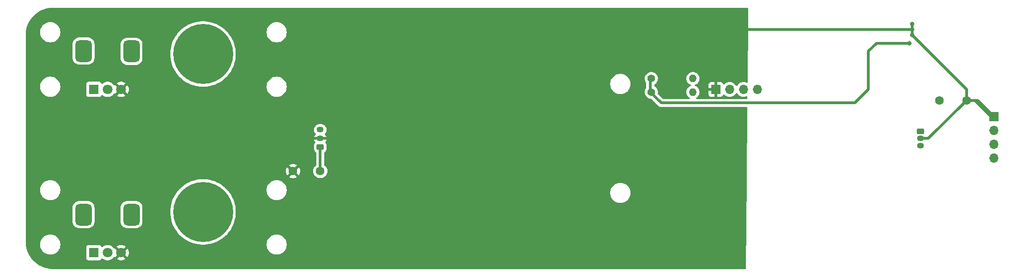
<source format=gtl>
G04 #@! TF.GenerationSoftware,KiCad,Pcbnew,8.0.7*
G04 #@! TF.CreationDate,2025-07-25T20:57:14-04:00*
G04 #@! TF.ProjectId,Sum25_GTR,53756d32-355f-4475-9452-2e6b69636164,rev?*
G04 #@! TF.SameCoordinates,Original*
G04 #@! TF.FileFunction,Copper,L1,Top*
G04 #@! TF.FilePolarity,Positive*
%FSLAX46Y46*%
G04 Gerber Fmt 4.6, Leading zero omitted, Abs format (unit mm)*
G04 Created by KiCad (PCBNEW 8.0.7) date 2025-07-25 20:57:14*
%MOMM*%
%LPD*%
G01*
G04 APERTURE LIST*
G04 Aperture macros list*
%AMRoundRect*
0 Rectangle with rounded corners*
0 $1 Rounding radius*
0 $2 $3 $4 $5 $6 $7 $8 $9 X,Y pos of 4 corners*
0 Add a 4 corners polygon primitive as box body*
4,1,4,$2,$3,$4,$5,$6,$7,$8,$9,$2,$3,0*
0 Add four circle primitives for the rounded corners*
1,1,$1+$1,$2,$3*
1,1,$1+$1,$4,$5*
1,1,$1+$1,$6,$7*
1,1,$1+$1,$8,$9*
0 Add four rect primitives between the rounded corners*
20,1,$1+$1,$2,$3,$4,$5,0*
20,1,$1+$1,$4,$5,$6,$7,0*
20,1,$1+$1,$6,$7,$8,$9,0*
20,1,$1+$1,$8,$9,$2,$3,0*%
G04 Aperture macros list end*
G04 #@! TA.AperFunction,ComponentPad*
%ADD10RoundRect,0.249900X0.400100X-0.275100X0.400100X0.275100X-0.400100X0.275100X-0.400100X-0.275100X0*%
G04 #@! TD*
G04 #@! TA.AperFunction,ComponentPad*
%ADD11O,1.300000X1.050000*%
G04 #@! TD*
G04 #@! TA.AperFunction,ComponentPad*
%ADD12R,1.800000X1.800000*%
G04 #@! TD*
G04 #@! TA.AperFunction,ComponentPad*
%ADD13C,1.800000*%
G04 #@! TD*
G04 #@! TA.AperFunction,ComponentPad*
%ADD14RoundRect,0.750000X0.750000X-1.250000X0.750000X1.250000X-0.750000X1.250000X-0.750000X-1.250000X0*%
G04 #@! TD*
G04 #@! TA.AperFunction,ComponentPad*
%ADD15RoundRect,0.249900X-0.400100X0.275100X-0.400100X-0.275100X0.400100X-0.275100X0.400100X0.275100X0*%
G04 #@! TD*
G04 #@! TA.AperFunction,ComponentPad*
%ADD16C,6.800000*%
G04 #@! TD*
G04 #@! TA.AperFunction,ConnectorPad*
%ADD17C,11.000000*%
G04 #@! TD*
G04 #@! TA.AperFunction,ComponentPad*
%ADD18C,1.600000*%
G04 #@! TD*
G04 #@! TA.AperFunction,ComponentPad*
%ADD19C,1.400000*%
G04 #@! TD*
G04 #@! TA.AperFunction,ComponentPad*
%ADD20O,1.400000X1.400000*%
G04 #@! TD*
G04 #@! TA.AperFunction,ComponentPad*
%ADD21R,1.700000X1.700000*%
G04 #@! TD*
G04 #@! TA.AperFunction,ComponentPad*
%ADD22O,1.700000X1.700000*%
G04 #@! TD*
G04 #@! TA.AperFunction,ViaPad*
%ADD23C,0.800000*%
G04 #@! TD*
G04 #@! TA.AperFunction,Conductor*
%ADD24C,0.500000*%
G04 #@! TD*
G04 APERTURE END LIST*
D10*
X98000000Y-95600000D03*
D11*
X98000000Y-94000000D03*
X98000000Y-92400000D03*
D12*
X56500000Y-115000000D03*
D13*
X59000000Y-115000000D03*
X61500000Y-115000000D03*
D14*
X54600000Y-108000000D03*
X63400000Y-108000000D03*
D15*
X208000000Y-92700000D03*
D11*
X208000000Y-94000000D03*
X208000000Y-95300000D03*
D16*
X76500000Y-107500000D03*
D17*
X76500000Y-107500000D03*
D12*
X56500000Y-85000000D03*
D13*
X59000000Y-85000000D03*
X61500000Y-85000000D03*
D14*
X63400000Y-78000000D03*
X54600000Y-77950000D03*
D16*
X76500000Y-78500000D03*
D17*
X76500000Y-78500000D03*
D18*
X211500000Y-87000000D03*
X216500000Y-87000000D03*
D19*
X158690000Y-83000000D03*
D20*
X166310000Y-83000000D03*
D18*
X98000000Y-100000000D03*
X93000000Y-100000000D03*
D21*
X221500000Y-90000000D03*
D22*
X221500000Y-92540000D03*
X221500000Y-95080000D03*
X221500000Y-97620000D03*
D19*
X158690000Y-85500000D03*
D20*
X166310000Y-85500000D03*
D21*
X170500000Y-85000000D03*
D22*
X173040000Y-85000000D03*
X175580000Y-85000000D03*
X178120000Y-85000000D03*
D23*
X206000000Y-76500000D03*
X206500000Y-75000000D03*
X206500000Y-74000000D03*
X206500000Y-73000000D03*
D24*
X175650000Y-87500000D02*
X160500000Y-87500000D01*
X158500000Y-85500000D02*
X158500000Y-83000000D01*
X160500000Y-87500000D02*
X158500000Y-85500000D01*
X98000000Y-100000000D02*
X98000000Y-95500000D01*
X175650000Y-87500000D02*
X196000000Y-87500000D01*
X198500000Y-78000000D02*
X200000000Y-76500000D01*
X200000000Y-76500000D02*
X206000000Y-76500000D01*
X198500000Y-85000000D02*
X198500000Y-78000000D01*
X196000000Y-87500000D02*
X198500000Y-85000000D01*
X216500000Y-87000000D02*
X209500000Y-94000000D01*
X218500000Y-87000000D02*
X221500000Y-90000000D01*
X206500000Y-75000000D02*
X216500000Y-85000000D01*
X221500000Y-90000000D02*
X221000000Y-90000000D01*
X221000000Y-90000000D02*
X218000000Y-87000000D01*
X218000000Y-87000000D02*
X216500000Y-87000000D01*
X209500000Y-94000000D02*
X208000000Y-94000000D01*
X206500000Y-74000000D02*
X173000000Y-74000000D01*
X206500000Y-73000000D02*
X206500000Y-74000000D01*
X216500000Y-87000000D02*
X218500000Y-87000000D01*
X208000000Y-94000000D02*
X209000000Y-94000000D01*
X216500000Y-85000000D02*
X216500000Y-87000000D01*
X206500000Y-75000000D02*
X206500000Y-74000000D01*
G04 #@! TA.AperFunction,Conductor*
G36*
X176384159Y-70019685D02*
G01*
X176429914Y-70072489D01*
X176441115Y-70125023D01*
X176423076Y-72307792D01*
X176329209Y-83665635D01*
X176308971Y-83732509D01*
X176255791Y-83777826D01*
X176186552Y-83787198D01*
X176152809Y-83776992D01*
X176043669Y-83726099D01*
X176043655Y-83726094D01*
X175815413Y-83664938D01*
X175815403Y-83664936D01*
X175580001Y-83644341D01*
X175579999Y-83644341D01*
X175344596Y-83664936D01*
X175344586Y-83664938D01*
X175116344Y-83726094D01*
X175116335Y-83726098D01*
X174902171Y-83825964D01*
X174902169Y-83825965D01*
X174708597Y-83961505D01*
X174541505Y-84128597D01*
X174411575Y-84314158D01*
X174356998Y-84357783D01*
X174287500Y-84364977D01*
X174225145Y-84333454D01*
X174208425Y-84314158D01*
X174078494Y-84128597D01*
X173911402Y-83961506D01*
X173911395Y-83961501D01*
X173911029Y-83961245D01*
X173834854Y-83907906D01*
X173717834Y-83825967D01*
X173717830Y-83825965D01*
X173634694Y-83787198D01*
X173503663Y-83726097D01*
X173503659Y-83726096D01*
X173503655Y-83726094D01*
X173275413Y-83664938D01*
X173275403Y-83664936D01*
X173040001Y-83644341D01*
X173039999Y-83644341D01*
X172804596Y-83664936D01*
X172804586Y-83664938D01*
X172576344Y-83726094D01*
X172576335Y-83726098D01*
X172362171Y-83825964D01*
X172362169Y-83825965D01*
X172168600Y-83961503D01*
X172046284Y-84083819D01*
X171984961Y-84117303D01*
X171915269Y-84112319D01*
X171859336Y-84070447D01*
X171842421Y-84039470D01*
X171793354Y-83907913D01*
X171793350Y-83907906D01*
X171707190Y-83792812D01*
X171707187Y-83792809D01*
X171592093Y-83706649D01*
X171592086Y-83706645D01*
X171457379Y-83656403D01*
X171457372Y-83656401D01*
X171397844Y-83650000D01*
X170750000Y-83650000D01*
X170750000Y-84566988D01*
X170692993Y-84534075D01*
X170565826Y-84500000D01*
X170434174Y-84500000D01*
X170307007Y-84534075D01*
X170250000Y-84566988D01*
X170250000Y-83650000D01*
X169602155Y-83650000D01*
X169542627Y-83656401D01*
X169542620Y-83656403D01*
X169407913Y-83706645D01*
X169407906Y-83706649D01*
X169292812Y-83792809D01*
X169292809Y-83792812D01*
X169206649Y-83907906D01*
X169206645Y-83907913D01*
X169156403Y-84042620D01*
X169156401Y-84042627D01*
X169150000Y-84102155D01*
X169150000Y-84750000D01*
X170066988Y-84750000D01*
X170034075Y-84807007D01*
X170000000Y-84934174D01*
X170000000Y-85065826D01*
X170034075Y-85192993D01*
X170066988Y-85250000D01*
X169150000Y-85250000D01*
X169150000Y-85897844D01*
X169156401Y-85957372D01*
X169156403Y-85957379D01*
X169206645Y-86092086D01*
X169206649Y-86092093D01*
X169292809Y-86207187D01*
X169292812Y-86207190D01*
X169407906Y-86293350D01*
X169407913Y-86293354D01*
X169542620Y-86343596D01*
X169542627Y-86343598D01*
X169602155Y-86349999D01*
X169602172Y-86350000D01*
X170250000Y-86350000D01*
X170250000Y-85433012D01*
X170307007Y-85465925D01*
X170434174Y-85500000D01*
X170565826Y-85500000D01*
X170692993Y-85465925D01*
X170750000Y-85433012D01*
X170750000Y-86350000D01*
X171397828Y-86350000D01*
X171397844Y-86349999D01*
X171457372Y-86343598D01*
X171457379Y-86343596D01*
X171592086Y-86293354D01*
X171592093Y-86293350D01*
X171707187Y-86207190D01*
X171707190Y-86207187D01*
X171793350Y-86092093D01*
X171793354Y-86092086D01*
X171842422Y-85960529D01*
X171884293Y-85904595D01*
X171949757Y-85880178D01*
X172018030Y-85895030D01*
X172046285Y-85916181D01*
X172168599Y-86038495D01*
X172245135Y-86092086D01*
X172362165Y-86174032D01*
X172362167Y-86174033D01*
X172362170Y-86174035D01*
X172576337Y-86273903D01*
X172804592Y-86335063D01*
X172975319Y-86350000D01*
X173039999Y-86355659D01*
X173040000Y-86355659D01*
X173040001Y-86355659D01*
X173104681Y-86350000D01*
X173275408Y-86335063D01*
X173503663Y-86273903D01*
X173717830Y-86174035D01*
X173911401Y-86038495D01*
X174078495Y-85871401D01*
X174208425Y-85685842D01*
X174263002Y-85642217D01*
X174332500Y-85635023D01*
X174394855Y-85666546D01*
X174411575Y-85685842D01*
X174535729Y-85863153D01*
X174541505Y-85871401D01*
X174708599Y-86038495D01*
X174785135Y-86092086D01*
X174902165Y-86174032D01*
X174902167Y-86174033D01*
X174902170Y-86174035D01*
X175116337Y-86273903D01*
X175344592Y-86335063D01*
X175515319Y-86350000D01*
X175579999Y-86355659D01*
X175580000Y-86355659D01*
X175580001Y-86355659D01*
X175644681Y-86350000D01*
X175815408Y-86335063D01*
X176043663Y-86273903D01*
X176130654Y-86233338D01*
X176199727Y-86222847D01*
X176263511Y-86251366D01*
X176301751Y-86309842D01*
X176307051Y-86346746D01*
X176304739Y-86626525D01*
X176284501Y-86693399D01*
X176231321Y-86738716D01*
X176180743Y-86749500D01*
X167008248Y-86749500D01*
X166941209Y-86729815D01*
X166895454Y-86677011D01*
X166885510Y-86607853D01*
X166914535Y-86544297D01*
X166942971Y-86520073D01*
X167036560Y-86462125D01*
X167036559Y-86462125D01*
X167036562Y-86462124D01*
X167200981Y-86312236D01*
X167335058Y-86134689D01*
X167434229Y-85935528D01*
X167495115Y-85721536D01*
X167515643Y-85500000D01*
X167513051Y-85472032D01*
X167495115Y-85278464D01*
X167495114Y-85278462D01*
X167482864Y-85235408D01*
X167434229Y-85064472D01*
X167417208Y-85030289D01*
X167335061Y-84865316D01*
X167335056Y-84865308D01*
X167200979Y-84687761D01*
X167036562Y-84537876D01*
X167036560Y-84537874D01*
X166847404Y-84420754D01*
X166847395Y-84420750D01*
X166775560Y-84392921D01*
X166705101Y-84365625D01*
X166649701Y-84323054D01*
X166626110Y-84257288D01*
X166641821Y-84189207D01*
X166691844Y-84140428D01*
X166705093Y-84134377D01*
X166847401Y-84079247D01*
X167036562Y-83962124D01*
X167188130Y-83823951D01*
X167200979Y-83812238D01*
X167215652Y-83792809D01*
X167335058Y-83634689D01*
X167434229Y-83435528D01*
X167495115Y-83221536D01*
X167515643Y-83000000D01*
X167495115Y-82778464D01*
X167434229Y-82564472D01*
X167434224Y-82564461D01*
X167335061Y-82365316D01*
X167335056Y-82365308D01*
X167200979Y-82187761D01*
X167036562Y-82037876D01*
X167036560Y-82037874D01*
X166847404Y-81920754D01*
X166847398Y-81920752D01*
X166639940Y-81840382D01*
X166421243Y-81799500D01*
X166198757Y-81799500D01*
X165980060Y-81840382D01*
X165848864Y-81891207D01*
X165772601Y-81920752D01*
X165772595Y-81920754D01*
X165583439Y-82037874D01*
X165583437Y-82037876D01*
X165419020Y-82187761D01*
X165284943Y-82365308D01*
X165284938Y-82365316D01*
X165185775Y-82564461D01*
X165185769Y-82564476D01*
X165124885Y-82778462D01*
X165124884Y-82778464D01*
X165104357Y-82999999D01*
X165104357Y-83000000D01*
X165124884Y-83221535D01*
X165124885Y-83221537D01*
X165185769Y-83435523D01*
X165185775Y-83435538D01*
X165284938Y-83634683D01*
X165284943Y-83634691D01*
X165419020Y-83812238D01*
X165583437Y-83962123D01*
X165583439Y-83962125D01*
X165772595Y-84079245D01*
X165772596Y-84079245D01*
X165772599Y-84079247D01*
X165914898Y-84134374D01*
X165970298Y-84176946D01*
X165993889Y-84242713D01*
X165978178Y-84310793D01*
X165928154Y-84359572D01*
X165914906Y-84365622D01*
X165808693Y-84406769D01*
X165772601Y-84420752D01*
X165772595Y-84420754D01*
X165583439Y-84537874D01*
X165583437Y-84537876D01*
X165419020Y-84687761D01*
X165284943Y-84865308D01*
X165284938Y-84865316D01*
X165185775Y-85064461D01*
X165185769Y-85064476D01*
X165124885Y-85278462D01*
X165124884Y-85278464D01*
X165104357Y-85499999D01*
X165104357Y-85500000D01*
X165124884Y-85721535D01*
X165124885Y-85721537D01*
X165185769Y-85935523D01*
X165185775Y-85935538D01*
X165284938Y-86134683D01*
X165284943Y-86134691D01*
X165419020Y-86312238D01*
X165583437Y-86462123D01*
X165583439Y-86462125D01*
X165677029Y-86520073D01*
X165723665Y-86572100D01*
X165734769Y-86641082D01*
X165706816Y-86705117D01*
X165648681Y-86743873D01*
X165611752Y-86749500D01*
X160862229Y-86749500D01*
X160795190Y-86729815D01*
X160774548Y-86713181D01*
X159906216Y-85844849D01*
X159872731Y-85783526D01*
X159874508Y-85727254D01*
X159874062Y-85727171D01*
X159874602Y-85724280D01*
X159874635Y-85723220D01*
X159875115Y-85721536D01*
X159895643Y-85500000D01*
X159893051Y-85472032D01*
X159875115Y-85278464D01*
X159875114Y-85278462D01*
X159862864Y-85235408D01*
X159814229Y-85064472D01*
X159797208Y-85030289D01*
X159715061Y-84865316D01*
X159715056Y-84865308D01*
X159580979Y-84687761D01*
X159428048Y-84548347D01*
X159416562Y-84537876D01*
X159309222Y-84471414D01*
X159262587Y-84419386D01*
X159250500Y-84365987D01*
X159250500Y-84134011D01*
X159270185Y-84066972D01*
X159309221Y-84028585D01*
X159416562Y-83962124D01*
X159568130Y-83823951D01*
X159580979Y-83812238D01*
X159595652Y-83792809D01*
X159715058Y-83634689D01*
X159814229Y-83435528D01*
X159875115Y-83221536D01*
X159895643Y-83000000D01*
X159875115Y-82778464D01*
X159814229Y-82564472D01*
X159814224Y-82564461D01*
X159715061Y-82365316D01*
X159715056Y-82365308D01*
X159580979Y-82187761D01*
X159416562Y-82037876D01*
X159416560Y-82037874D01*
X159227404Y-81920754D01*
X159227398Y-81920752D01*
X159019940Y-81840382D01*
X158801243Y-81799500D01*
X158578757Y-81799500D01*
X158360060Y-81840382D01*
X158228864Y-81891207D01*
X158152601Y-81920752D01*
X158152595Y-81920754D01*
X157963439Y-82037874D01*
X157963437Y-82037876D01*
X157799020Y-82187761D01*
X157664943Y-82365308D01*
X157664938Y-82365316D01*
X157565775Y-82564461D01*
X157565769Y-82564476D01*
X157504885Y-82778462D01*
X157504884Y-82778464D01*
X157484357Y-82999999D01*
X157484357Y-83000000D01*
X157504884Y-83221535D01*
X157504885Y-83221537D01*
X157565769Y-83435523D01*
X157565775Y-83435538D01*
X157664938Y-83634683D01*
X157664943Y-83634691D01*
X157687783Y-83664936D01*
X157724454Y-83713496D01*
X157749146Y-83778856D01*
X157749500Y-83788222D01*
X157749500Y-84711777D01*
X157729815Y-84778816D01*
X157724461Y-84786493D01*
X157708971Y-84807007D01*
X157664942Y-84865310D01*
X157664938Y-84865317D01*
X157565775Y-85064461D01*
X157565769Y-85064476D01*
X157504885Y-85278462D01*
X157504884Y-85278464D01*
X157484357Y-85499999D01*
X157484357Y-85500000D01*
X157504884Y-85721535D01*
X157504885Y-85721537D01*
X157565769Y-85935523D01*
X157565775Y-85935538D01*
X157664938Y-86134683D01*
X157664943Y-86134691D01*
X157799020Y-86312238D01*
X157963437Y-86462123D01*
X157963439Y-86462125D01*
X158152595Y-86579245D01*
X158152596Y-86579245D01*
X158152599Y-86579247D01*
X158360060Y-86659618D01*
X158578757Y-86700500D01*
X158587770Y-86700500D01*
X158654809Y-86720185D01*
X158675451Y-86736819D01*
X159917049Y-87978416D01*
X160021584Y-88082951D01*
X160021585Y-88082952D01*
X160144498Y-88165080D01*
X160144511Y-88165087D01*
X160281082Y-88221656D01*
X160281087Y-88221658D01*
X160281091Y-88221658D01*
X160281092Y-88221659D01*
X160426079Y-88250500D01*
X176166290Y-88250500D01*
X176233329Y-88270185D01*
X176279084Y-88322989D01*
X176290285Y-88375522D01*
X176181823Y-101499500D01*
X176046471Y-117877025D01*
X176026233Y-117943899D01*
X175973053Y-117989216D01*
X175922475Y-118000000D01*
X49000710Y-118000000D01*
X48999359Y-117999993D01*
X48994454Y-117999939D01*
X48786527Y-117997671D01*
X48777073Y-117997206D01*
X48352450Y-117960056D01*
X48341725Y-117958644D01*
X47922623Y-117884746D01*
X47912061Y-117882405D01*
X47500980Y-117772256D01*
X47490664Y-117769003D01*
X47090759Y-117623450D01*
X47080764Y-117619310D01*
X46695062Y-117439454D01*
X46685467Y-117434459D01*
X46316916Y-117221676D01*
X46307792Y-117215864D01*
X45959179Y-116971762D01*
X45950597Y-116965177D01*
X45624579Y-116691616D01*
X45616604Y-116684307D01*
X45315692Y-116383395D01*
X45308383Y-116375420D01*
X45234135Y-116286935D01*
X45034821Y-116049401D01*
X45028237Y-116040820D01*
X44784135Y-115692207D01*
X44778323Y-115683083D01*
X44565540Y-115314532D01*
X44560545Y-115304937D01*
X44537750Y-115256052D01*
X44380683Y-114919221D01*
X44376555Y-114909255D01*
X44230992Y-114509322D01*
X44227747Y-114499033D01*
X44117590Y-114087921D01*
X44115256Y-114077393D01*
X44041354Y-113658270D01*
X44039943Y-113647549D01*
X44039124Y-113638188D01*
X44016423Y-113378711D01*
X46649500Y-113378711D01*
X46649500Y-113621288D01*
X46681161Y-113861785D01*
X46743947Y-114096104D01*
X46807296Y-114249041D01*
X46836776Y-114320212D01*
X46958064Y-114530289D01*
X46958066Y-114530292D01*
X46958067Y-114530293D01*
X47105733Y-114722736D01*
X47105739Y-114722743D01*
X47277256Y-114894260D01*
X47277263Y-114894266D01*
X47390321Y-114981018D01*
X47469711Y-115041936D01*
X47679788Y-115163224D01*
X47903900Y-115256054D01*
X48138211Y-115318838D01*
X48318586Y-115342584D01*
X48378711Y-115350500D01*
X48378712Y-115350500D01*
X48621289Y-115350500D01*
X48669388Y-115344167D01*
X48861789Y-115318838D01*
X49096100Y-115256054D01*
X49320212Y-115163224D01*
X49530289Y-115041936D01*
X49722738Y-114894265D01*
X49894265Y-114722738D01*
X50041936Y-114530289D01*
X50163224Y-114320212D01*
X50256054Y-114096100D01*
X50267834Y-114052135D01*
X55099500Y-114052135D01*
X55099500Y-115947870D01*
X55099501Y-115947876D01*
X55105908Y-116007483D01*
X55156202Y-116142328D01*
X55156206Y-116142335D01*
X55242452Y-116257544D01*
X55242455Y-116257547D01*
X55357664Y-116343793D01*
X55357671Y-116343797D01*
X55492517Y-116394091D01*
X55492516Y-116394091D01*
X55499444Y-116394835D01*
X55552127Y-116400500D01*
X57447872Y-116400499D01*
X57507483Y-116394091D01*
X57642331Y-116343796D01*
X57757546Y-116257546D01*
X57843796Y-116142331D01*
X57862092Y-116093274D01*
X57903961Y-116037342D01*
X57969425Y-116012924D01*
X58037699Y-116027775D01*
X58054436Y-116038755D01*
X58231365Y-116176464D01*
X58231371Y-116176468D01*
X58231374Y-116176470D01*
X58381185Y-116257544D01*
X58434652Y-116286479D01*
X58435497Y-116286936D01*
X58549487Y-116326068D01*
X58655015Y-116362297D01*
X58655017Y-116362297D01*
X58655019Y-116362298D01*
X58883951Y-116400500D01*
X58883952Y-116400500D01*
X59116048Y-116400500D01*
X59116049Y-116400500D01*
X59344981Y-116362298D01*
X59564503Y-116286936D01*
X59768626Y-116176470D01*
X59769170Y-116176047D01*
X59875513Y-116093277D01*
X59951784Y-116033913D01*
X60108979Y-115863153D01*
X60146489Y-115805738D01*
X60199635Y-115760382D01*
X60268866Y-115750958D01*
X60332202Y-115780459D01*
X60346914Y-115797437D01*
X60348811Y-115797634D01*
X61017037Y-115129408D01*
X61034075Y-115192993D01*
X61099901Y-115307007D01*
X61192993Y-115400099D01*
X61307007Y-115465925D01*
X61370590Y-115482962D01*
X60701201Y-116152351D01*
X60731649Y-116176050D01*
X60935697Y-116286476D01*
X60935706Y-116286479D01*
X61155139Y-116361811D01*
X61383993Y-116400000D01*
X61616007Y-116400000D01*
X61844860Y-116361811D01*
X62064293Y-116286479D01*
X62064301Y-116286476D01*
X62268355Y-116176047D01*
X62298797Y-116152351D01*
X62298798Y-116152350D01*
X61629410Y-115482962D01*
X61692993Y-115465925D01*
X61807007Y-115400099D01*
X61900099Y-115307007D01*
X61965925Y-115192993D01*
X61982962Y-115129409D01*
X62651186Y-115797634D01*
X62735484Y-115668606D01*
X62828682Y-115456135D01*
X62885638Y-115231218D01*
X62904798Y-115000005D01*
X62904798Y-114999994D01*
X62885638Y-114768781D01*
X62828682Y-114543864D01*
X62735483Y-114331390D01*
X62651186Y-114202364D01*
X61982962Y-114870589D01*
X61965925Y-114807007D01*
X61900099Y-114692993D01*
X61807007Y-114599901D01*
X61692993Y-114534075D01*
X61629409Y-114517037D01*
X62298797Y-113847647D01*
X62298797Y-113847645D01*
X62268360Y-113823955D01*
X62268354Y-113823951D01*
X62064302Y-113713523D01*
X62064293Y-113713520D01*
X61844860Y-113638188D01*
X61616007Y-113600000D01*
X61383993Y-113600000D01*
X61155139Y-113638188D01*
X60935706Y-113713520D01*
X60935697Y-113713523D01*
X60731650Y-113823949D01*
X60701200Y-113847647D01*
X61370591Y-114517037D01*
X61307007Y-114534075D01*
X61192993Y-114599901D01*
X61099901Y-114692993D01*
X61034075Y-114807007D01*
X61017037Y-114870590D01*
X60348811Y-114202364D01*
X60344030Y-114202860D01*
X60300960Y-114239617D01*
X60231729Y-114249041D01*
X60168393Y-114219539D01*
X60146489Y-114194260D01*
X60108983Y-114136852D01*
X60108980Y-114136849D01*
X60108979Y-114136847D01*
X59951784Y-113966087D01*
X59951779Y-113966083D01*
X59951777Y-113966081D01*
X59768634Y-113823535D01*
X59768628Y-113823531D01*
X59564504Y-113713064D01*
X59564495Y-113713061D01*
X59344984Y-113637702D01*
X59154450Y-113605908D01*
X59116049Y-113599500D01*
X58883951Y-113599500D01*
X58845550Y-113605908D01*
X58655015Y-113637702D01*
X58435504Y-113713061D01*
X58435495Y-113713064D01*
X58231372Y-113823531D01*
X58054436Y-113961245D01*
X57989442Y-113986887D01*
X57920902Y-113973320D01*
X57870577Y-113924852D01*
X57862092Y-113906723D01*
X57843798Y-113857673D01*
X57843793Y-113857664D01*
X57757547Y-113742455D01*
X57757544Y-113742452D01*
X57642335Y-113656206D01*
X57642328Y-113656202D01*
X57507482Y-113605908D01*
X57507483Y-113605908D01*
X57447883Y-113599501D01*
X57447881Y-113599500D01*
X57447873Y-113599500D01*
X57447864Y-113599500D01*
X55552129Y-113599500D01*
X55552123Y-113599501D01*
X55492516Y-113605908D01*
X55357671Y-113656202D01*
X55357664Y-113656206D01*
X55242455Y-113742452D01*
X55242452Y-113742455D01*
X55156206Y-113857664D01*
X55156202Y-113857671D01*
X55105908Y-113992517D01*
X55099501Y-114052116D01*
X55099500Y-114052135D01*
X50267834Y-114052135D01*
X50318838Y-113861789D01*
X50350500Y-113621288D01*
X50350500Y-113378712D01*
X50318838Y-113138211D01*
X50256054Y-112903900D01*
X50163224Y-112679788D01*
X50041936Y-112469711D01*
X49894265Y-112277262D01*
X49894260Y-112277256D01*
X49722743Y-112105739D01*
X49722736Y-112105733D01*
X49530293Y-111958067D01*
X49530292Y-111958066D01*
X49530289Y-111958064D01*
X49320212Y-111836776D01*
X49306478Y-111831087D01*
X49096104Y-111743947D01*
X48861785Y-111681161D01*
X48621289Y-111649500D01*
X48621288Y-111649500D01*
X48378712Y-111649500D01*
X48378711Y-111649500D01*
X48138214Y-111681161D01*
X47903895Y-111743947D01*
X47679794Y-111836773D01*
X47679785Y-111836777D01*
X47469706Y-111958067D01*
X47277263Y-112105733D01*
X47277256Y-112105739D01*
X47105739Y-112277256D01*
X47105733Y-112277263D01*
X46958067Y-112469706D01*
X46836777Y-112679785D01*
X46836773Y-112679794D01*
X46743947Y-112903895D01*
X46681161Y-113138214D01*
X46649500Y-113378711D01*
X44016423Y-113378711D01*
X44002792Y-113222915D01*
X44002328Y-113213471D01*
X44001507Y-113138214D01*
X44000007Y-113000641D01*
X44000000Y-112999289D01*
X44000000Y-106685777D01*
X52599500Y-106685777D01*
X52599500Y-109314208D01*
X52599501Y-109314223D01*
X52609904Y-109446413D01*
X52609905Y-109446420D01*
X52664902Y-109664678D01*
X52664903Y-109664681D01*
X52757991Y-109869622D01*
X52757997Y-109869632D01*
X52886174Y-110054645D01*
X52886178Y-110054650D01*
X52886181Y-110054654D01*
X53045346Y-110213819D01*
X53045350Y-110213822D01*
X53045354Y-110213825D01*
X53156512Y-110290835D01*
X53230374Y-110342007D01*
X53435317Y-110435096D01*
X53435321Y-110435097D01*
X53653579Y-110490094D01*
X53653581Y-110490094D01*
X53653588Y-110490096D01*
X53785783Y-110500500D01*
X55414216Y-110500499D01*
X55546412Y-110490096D01*
X55764683Y-110435096D01*
X55969626Y-110342007D01*
X56154654Y-110213819D01*
X56313819Y-110054654D01*
X56442007Y-109869626D01*
X56535096Y-109664683D01*
X56590096Y-109446412D01*
X56600500Y-109314217D01*
X56600499Y-106685784D01*
X56600498Y-106685777D01*
X61399500Y-106685777D01*
X61399500Y-109314208D01*
X61399501Y-109314223D01*
X61409904Y-109446413D01*
X61409905Y-109446420D01*
X61464902Y-109664678D01*
X61464903Y-109664681D01*
X61557991Y-109869622D01*
X61557997Y-109869632D01*
X61686174Y-110054645D01*
X61686178Y-110054650D01*
X61686181Y-110054654D01*
X61845346Y-110213819D01*
X61845350Y-110213822D01*
X61845354Y-110213825D01*
X61956512Y-110290835D01*
X62030374Y-110342007D01*
X62235317Y-110435096D01*
X62235321Y-110435097D01*
X62453579Y-110490094D01*
X62453581Y-110490094D01*
X62453588Y-110490096D01*
X62585783Y-110500500D01*
X64214216Y-110500499D01*
X64346412Y-110490096D01*
X64564683Y-110435096D01*
X64769626Y-110342007D01*
X64954654Y-110213819D01*
X65113819Y-110054654D01*
X65242007Y-109869626D01*
X65335096Y-109664683D01*
X65390096Y-109446412D01*
X65400500Y-109314217D01*
X65400499Y-107499988D01*
X70494630Y-107499988D01*
X70494630Y-107500011D01*
X70514102Y-107983211D01*
X70514104Y-107983237D01*
X70572398Y-108463332D01*
X70669136Y-108937185D01*
X70803689Y-109401714D01*
X70975185Y-109853910D01*
X71182512Y-110290841D01*
X71424322Y-110709668D01*
X71424327Y-110709674D01*
X71699058Y-111107691D01*
X72004914Y-111482295D01*
X72004916Y-111482297D01*
X72339934Y-111831088D01*
X72346356Y-111836777D01*
X72701920Y-112151779D01*
X72701924Y-112151782D01*
X72701932Y-112151789D01*
X73088561Y-112442323D01*
X73497315Y-112700803D01*
X73925543Y-112925554D01*
X74370466Y-113115118D01*
X74829201Y-113268267D01*
X75142248Y-113345425D01*
X75298767Y-113384004D01*
X75298783Y-113384007D01*
X75726019Y-113453439D01*
X75776133Y-113461584D01*
X76258188Y-113500500D01*
X76258197Y-113500500D01*
X76741803Y-113500500D01*
X76741812Y-113500500D01*
X77223867Y-113461584D01*
X77701228Y-113384005D01*
X77722707Y-113378711D01*
X88149500Y-113378711D01*
X88149500Y-113621288D01*
X88181161Y-113861785D01*
X88243947Y-114096104D01*
X88307296Y-114249041D01*
X88336776Y-114320212D01*
X88458064Y-114530289D01*
X88458066Y-114530292D01*
X88458067Y-114530293D01*
X88605733Y-114722736D01*
X88605739Y-114722743D01*
X88777256Y-114894260D01*
X88777263Y-114894266D01*
X88890321Y-114981018D01*
X88969711Y-115041936D01*
X89179788Y-115163224D01*
X89403900Y-115256054D01*
X89638211Y-115318838D01*
X89818586Y-115342584D01*
X89878711Y-115350500D01*
X89878712Y-115350500D01*
X90121289Y-115350500D01*
X90169388Y-115344167D01*
X90361789Y-115318838D01*
X90596100Y-115256054D01*
X90820212Y-115163224D01*
X91030289Y-115041936D01*
X91222738Y-114894265D01*
X91394265Y-114722738D01*
X91541936Y-114530289D01*
X91663224Y-114320212D01*
X91756054Y-114096100D01*
X91818838Y-113861789D01*
X91850500Y-113621288D01*
X91850500Y-113378712D01*
X91818838Y-113138211D01*
X91756054Y-112903900D01*
X91663224Y-112679788D01*
X91541936Y-112469711D01*
X91394265Y-112277262D01*
X91394260Y-112277256D01*
X91222743Y-112105739D01*
X91222736Y-112105733D01*
X91030293Y-111958067D01*
X91030292Y-111958066D01*
X91030289Y-111958064D01*
X90820212Y-111836776D01*
X90806478Y-111831087D01*
X90596104Y-111743947D01*
X90361785Y-111681161D01*
X90121289Y-111649500D01*
X90121288Y-111649500D01*
X89878712Y-111649500D01*
X89878711Y-111649500D01*
X89638214Y-111681161D01*
X89403895Y-111743947D01*
X89179794Y-111836773D01*
X89179785Y-111836777D01*
X88969706Y-111958067D01*
X88777263Y-112105733D01*
X88777256Y-112105739D01*
X88605739Y-112277256D01*
X88605733Y-112277263D01*
X88458067Y-112469706D01*
X88336777Y-112679785D01*
X88336773Y-112679794D01*
X88243947Y-112903895D01*
X88181161Y-113138214D01*
X88149500Y-113378711D01*
X77722707Y-113378711D01*
X78170799Y-113268267D01*
X78629534Y-113115118D01*
X79074457Y-112925554D01*
X79502685Y-112700803D01*
X79911439Y-112442323D01*
X80298068Y-112151789D01*
X80660066Y-111831088D01*
X80995084Y-111482297D01*
X81300950Y-111107680D01*
X81575679Y-110709665D01*
X81817491Y-110290835D01*
X82024817Y-109853905D01*
X82196312Y-109401708D01*
X82330865Y-108937179D01*
X82427602Y-108463329D01*
X82485896Y-107983232D01*
X82505370Y-107500000D01*
X82485896Y-107016768D01*
X82427602Y-106536671D01*
X82330865Y-106062821D01*
X82196312Y-105598292D01*
X82196310Y-105598285D01*
X82102337Y-105350500D01*
X82024817Y-105146095D01*
X81817491Y-104709165D01*
X81592929Y-104320212D01*
X81575677Y-104290331D01*
X81575672Y-104290325D01*
X81300950Y-103892320D01*
X81300945Y-103892314D01*
X81300941Y-103892308D01*
X80995085Y-103517704D01*
X80995079Y-103517698D01*
X80861580Y-103378711D01*
X88149500Y-103378711D01*
X88149500Y-103621288D01*
X88181161Y-103861785D01*
X88243947Y-104096104D01*
X88336773Y-104320205D01*
X88336776Y-104320212D01*
X88458064Y-104530289D01*
X88458066Y-104530292D01*
X88458067Y-104530293D01*
X88605733Y-104722736D01*
X88605739Y-104722743D01*
X88777256Y-104894260D01*
X88777262Y-104894265D01*
X88969711Y-105041936D01*
X89179788Y-105163224D01*
X89403900Y-105256054D01*
X89638211Y-105318838D01*
X89818586Y-105342584D01*
X89878711Y-105350500D01*
X89878712Y-105350500D01*
X90121289Y-105350500D01*
X90169388Y-105344167D01*
X90361789Y-105318838D01*
X90596100Y-105256054D01*
X90820212Y-105163224D01*
X91030289Y-105041936D01*
X91222738Y-104894265D01*
X91394265Y-104722738D01*
X91541936Y-104530289D01*
X91663224Y-104320212D01*
X91756054Y-104096100D01*
X91814304Y-103878711D01*
X151149500Y-103878711D01*
X151149500Y-104121288D01*
X151181161Y-104361785D01*
X151243947Y-104596104D01*
X151290776Y-104709158D01*
X151336776Y-104820212D01*
X151458064Y-105030289D01*
X151458066Y-105030292D01*
X151458067Y-105030293D01*
X151605733Y-105222736D01*
X151605739Y-105222743D01*
X151777256Y-105394260D01*
X151777262Y-105394265D01*
X151969711Y-105541936D01*
X152179788Y-105663224D01*
X152403900Y-105756054D01*
X152638211Y-105818838D01*
X152818586Y-105842584D01*
X152878711Y-105850500D01*
X152878712Y-105850500D01*
X153121289Y-105850500D01*
X153169388Y-105844167D01*
X153361789Y-105818838D01*
X153596100Y-105756054D01*
X153820212Y-105663224D01*
X154030289Y-105541936D01*
X154222738Y-105394265D01*
X154394265Y-105222738D01*
X154541936Y-105030289D01*
X154663224Y-104820212D01*
X154756054Y-104596100D01*
X154818838Y-104361789D01*
X154850500Y-104121288D01*
X154850500Y-103878712D01*
X154818838Y-103638211D01*
X154756054Y-103403900D01*
X154663224Y-103179788D01*
X154541936Y-102969711D01*
X154394265Y-102777262D01*
X154394260Y-102777256D01*
X154222743Y-102605739D01*
X154222736Y-102605733D01*
X154030293Y-102458067D01*
X154030292Y-102458066D01*
X154030289Y-102458064D01*
X153820212Y-102336776D01*
X153820205Y-102336773D01*
X153596104Y-102243947D01*
X153361785Y-102181161D01*
X153121289Y-102149500D01*
X153121288Y-102149500D01*
X152878712Y-102149500D01*
X152878711Y-102149500D01*
X152638214Y-102181161D01*
X152403895Y-102243947D01*
X152179794Y-102336773D01*
X152179785Y-102336777D01*
X151969706Y-102458067D01*
X151777263Y-102605733D01*
X151777256Y-102605739D01*
X151605739Y-102777256D01*
X151605733Y-102777263D01*
X151458067Y-102969706D01*
X151336777Y-103179785D01*
X151336773Y-103179794D01*
X151243947Y-103403895D01*
X151181161Y-103638214D01*
X151149500Y-103878711D01*
X91814304Y-103878711D01*
X91818838Y-103861789D01*
X91850500Y-103621288D01*
X91850500Y-103378712D01*
X91818838Y-103138211D01*
X91756054Y-102903900D01*
X91663224Y-102679788D01*
X91541936Y-102469711D01*
X91394265Y-102277262D01*
X91394260Y-102277256D01*
X91222743Y-102105739D01*
X91222736Y-102105733D01*
X91030293Y-101958067D01*
X91030292Y-101958066D01*
X91030289Y-101958064D01*
X90820212Y-101836776D01*
X90820205Y-101836773D01*
X90596104Y-101743947D01*
X90361785Y-101681161D01*
X90121289Y-101649500D01*
X90121288Y-101649500D01*
X89878712Y-101649500D01*
X89878711Y-101649500D01*
X89638214Y-101681161D01*
X89403895Y-101743947D01*
X89179794Y-101836773D01*
X89179785Y-101836777D01*
X88969706Y-101958067D01*
X88777263Y-102105733D01*
X88777256Y-102105739D01*
X88605739Y-102277256D01*
X88605733Y-102277263D01*
X88458067Y-102469706D01*
X88336777Y-102679785D01*
X88336773Y-102679794D01*
X88243947Y-102903895D01*
X88181161Y-103138214D01*
X88149500Y-103378711D01*
X80861580Y-103378711D01*
X80660066Y-103168912D01*
X80298079Y-102848220D01*
X80298073Y-102848215D01*
X80298068Y-102848211D01*
X79911439Y-102557677D01*
X79502685Y-102299197D01*
X79074457Y-102074446D01*
X78629534Y-101884882D01*
X78629526Y-101884879D01*
X78629523Y-101884878D01*
X78402843Y-101809201D01*
X78170799Y-101731733D01*
X78170795Y-101731732D01*
X78170788Y-101731730D01*
X77701232Y-101615995D01*
X77701216Y-101615992D01*
X77223872Y-101538416D01*
X76741822Y-101499500D01*
X76741812Y-101499500D01*
X76258188Y-101499500D01*
X76258177Y-101499500D01*
X75776127Y-101538416D01*
X75298783Y-101615992D01*
X75298767Y-101615995D01*
X74829211Y-101731730D01*
X74829204Y-101731732D01*
X74370476Y-101884878D01*
X74370468Y-101884881D01*
X74370466Y-101884882D01*
X74205832Y-101955025D01*
X73925549Y-102074443D01*
X73925544Y-102074445D01*
X73925543Y-102074446D01*
X73865927Y-102105735D01*
X73497318Y-102299195D01*
X73088559Y-102557678D01*
X72701920Y-102848220D01*
X72339933Y-103168912D01*
X72004920Y-103517698D01*
X72004914Y-103517704D01*
X71699058Y-103892308D01*
X71424327Y-104290325D01*
X71424322Y-104290331D01*
X71182512Y-104709158D01*
X70975185Y-105146089D01*
X70803689Y-105598285D01*
X70669136Y-106062814D01*
X70572398Y-106536667D01*
X70514104Y-107016762D01*
X70514102Y-107016788D01*
X70494630Y-107499988D01*
X65400499Y-107499988D01*
X65400499Y-106685784D01*
X65390096Y-106553588D01*
X65335096Y-106335317D01*
X65242007Y-106130374D01*
X65113819Y-105945346D01*
X64954654Y-105786181D01*
X64954650Y-105786178D01*
X64954645Y-105786174D01*
X64769632Y-105657997D01*
X64769630Y-105657995D01*
X64769626Y-105657993D01*
X64638189Y-105598292D01*
X64564681Y-105564903D01*
X64564678Y-105564902D01*
X64346420Y-105509905D01*
X64346413Y-105509904D01*
X64302347Y-105506436D01*
X64214217Y-105499500D01*
X64214215Y-105499500D01*
X62585791Y-105499500D01*
X62585776Y-105499501D01*
X62453586Y-105509904D01*
X62453579Y-105509905D01*
X62235321Y-105564902D01*
X62235318Y-105564903D01*
X62030377Y-105657991D01*
X62030367Y-105657997D01*
X61845354Y-105786174D01*
X61845342Y-105786184D01*
X61686184Y-105945342D01*
X61686174Y-105945354D01*
X61557997Y-106130367D01*
X61557991Y-106130377D01*
X61464903Y-106335318D01*
X61464902Y-106335321D01*
X61409905Y-106553579D01*
X61409904Y-106553586D01*
X61399500Y-106685777D01*
X56600498Y-106685777D01*
X56590096Y-106553588D01*
X56535096Y-106335317D01*
X56442007Y-106130374D01*
X56313819Y-105945346D01*
X56154654Y-105786181D01*
X56154650Y-105786178D01*
X56154645Y-105786174D01*
X55969632Y-105657997D01*
X55969630Y-105657995D01*
X55969626Y-105657993D01*
X55838189Y-105598292D01*
X55764681Y-105564903D01*
X55764678Y-105564902D01*
X55546420Y-105509905D01*
X55546413Y-105509904D01*
X55502347Y-105506436D01*
X55414217Y-105499500D01*
X55414215Y-105499500D01*
X53785791Y-105499500D01*
X53785776Y-105499501D01*
X53653586Y-105509904D01*
X53653579Y-105509905D01*
X53435321Y-105564902D01*
X53435318Y-105564903D01*
X53230377Y-105657991D01*
X53230367Y-105657997D01*
X53045354Y-105786174D01*
X53045342Y-105786184D01*
X52886184Y-105945342D01*
X52886174Y-105945354D01*
X52757997Y-106130367D01*
X52757991Y-106130377D01*
X52664903Y-106335318D01*
X52664902Y-106335321D01*
X52609905Y-106553579D01*
X52609904Y-106553586D01*
X52599500Y-106685777D01*
X44000000Y-106685777D01*
X44000000Y-103378711D01*
X46649500Y-103378711D01*
X46649500Y-103621288D01*
X46681161Y-103861785D01*
X46743947Y-104096104D01*
X46836773Y-104320205D01*
X46836776Y-104320212D01*
X46958064Y-104530289D01*
X46958066Y-104530292D01*
X46958067Y-104530293D01*
X47105733Y-104722736D01*
X47105739Y-104722743D01*
X47277256Y-104894260D01*
X47277262Y-104894265D01*
X47469711Y-105041936D01*
X47679788Y-105163224D01*
X47903900Y-105256054D01*
X48138211Y-105318838D01*
X48318586Y-105342584D01*
X48378711Y-105350500D01*
X48378712Y-105350500D01*
X48621289Y-105350500D01*
X48669388Y-105344167D01*
X48861789Y-105318838D01*
X49096100Y-105256054D01*
X49320212Y-105163224D01*
X49530289Y-105041936D01*
X49722738Y-104894265D01*
X49894265Y-104722738D01*
X50041936Y-104530289D01*
X50163224Y-104320212D01*
X50256054Y-104096100D01*
X50318838Y-103861789D01*
X50350500Y-103621288D01*
X50350500Y-103378712D01*
X50318838Y-103138211D01*
X50256054Y-102903900D01*
X50163224Y-102679788D01*
X50041936Y-102469711D01*
X49894265Y-102277262D01*
X49894260Y-102277256D01*
X49722743Y-102105739D01*
X49722736Y-102105733D01*
X49530293Y-101958067D01*
X49530292Y-101958066D01*
X49530289Y-101958064D01*
X49320212Y-101836776D01*
X49320205Y-101836773D01*
X49096104Y-101743947D01*
X48861785Y-101681161D01*
X48621289Y-101649500D01*
X48621288Y-101649500D01*
X48378712Y-101649500D01*
X48378711Y-101649500D01*
X48138214Y-101681161D01*
X47903895Y-101743947D01*
X47679794Y-101836773D01*
X47679785Y-101836777D01*
X47469706Y-101958067D01*
X47277263Y-102105733D01*
X47277256Y-102105739D01*
X47105739Y-102277256D01*
X47105733Y-102277263D01*
X46958067Y-102469706D01*
X46836777Y-102679785D01*
X46836773Y-102679794D01*
X46743947Y-102903895D01*
X46681161Y-103138214D01*
X46649500Y-103378711D01*
X44000000Y-103378711D01*
X44000000Y-99999997D01*
X91695034Y-99999997D01*
X91695034Y-100000002D01*
X91714858Y-100226599D01*
X91714860Y-100226610D01*
X91773730Y-100446317D01*
X91773735Y-100446331D01*
X91869863Y-100652478D01*
X91920974Y-100725472D01*
X92600000Y-100046446D01*
X92600000Y-100052661D01*
X92627259Y-100154394D01*
X92679920Y-100245606D01*
X92754394Y-100320080D01*
X92845606Y-100372741D01*
X92947339Y-100400000D01*
X92953553Y-100400000D01*
X92274526Y-101079025D01*
X92347513Y-101130132D01*
X92347521Y-101130136D01*
X92553668Y-101226264D01*
X92553682Y-101226269D01*
X92773389Y-101285139D01*
X92773400Y-101285141D01*
X92999998Y-101304966D01*
X93000002Y-101304966D01*
X93226599Y-101285141D01*
X93226610Y-101285139D01*
X93446317Y-101226269D01*
X93446331Y-101226264D01*
X93652478Y-101130136D01*
X93725471Y-101079024D01*
X93046447Y-100400000D01*
X93052661Y-100400000D01*
X93154394Y-100372741D01*
X93245606Y-100320080D01*
X93320080Y-100245606D01*
X93372741Y-100154394D01*
X93400000Y-100052661D01*
X93400000Y-100046447D01*
X94079024Y-100725471D01*
X94130136Y-100652478D01*
X94226264Y-100446331D01*
X94226269Y-100446317D01*
X94285139Y-100226610D01*
X94285141Y-100226599D01*
X94304966Y-100000002D01*
X94304966Y-99999998D01*
X96694532Y-99999998D01*
X96694532Y-100000001D01*
X96714364Y-100226686D01*
X96714366Y-100226697D01*
X96773258Y-100446488D01*
X96773261Y-100446497D01*
X96869431Y-100652732D01*
X96869432Y-100652734D01*
X96999954Y-100839141D01*
X97160858Y-101000045D01*
X97160861Y-101000047D01*
X97347266Y-101130568D01*
X97553504Y-101226739D01*
X97773308Y-101285635D01*
X97935230Y-101299801D01*
X97999998Y-101305468D01*
X98000000Y-101305468D01*
X98000002Y-101305468D01*
X98056673Y-101300509D01*
X98226692Y-101285635D01*
X98446496Y-101226739D01*
X98652734Y-101130568D01*
X98839139Y-101000047D01*
X99000047Y-100839139D01*
X99130568Y-100652734D01*
X99226739Y-100446496D01*
X99285635Y-100226692D01*
X99305468Y-100000000D01*
X99285635Y-99773308D01*
X99226739Y-99553504D01*
X99130568Y-99347266D01*
X99000047Y-99160861D01*
X98839139Y-98999953D01*
X98834373Y-98996615D01*
X98803375Y-98974910D01*
X98759751Y-98920332D01*
X98750500Y-98873336D01*
X98750500Y-96609841D01*
X98770185Y-96542802D01*
X98809402Y-96504302D01*
X98868693Y-96467732D01*
X98992732Y-96343693D01*
X99084823Y-96194391D01*
X99140000Y-96027877D01*
X99150500Y-95925099D01*
X99150499Y-95274902D01*
X99140000Y-95172123D01*
X99084823Y-95005609D01*
X99084819Y-95005603D01*
X99084818Y-95005600D01*
X98992734Y-94856310D01*
X98992731Y-94856306D01*
X98940518Y-94804093D01*
X98907033Y-94742770D01*
X98912017Y-94673078D01*
X98925097Y-94647520D01*
X99033343Y-94485520D01*
X99033347Y-94485513D01*
X99110609Y-94298983D01*
X99110612Y-94298974D01*
X99120353Y-94250000D01*
X98166988Y-94250000D01*
X98184205Y-94240060D01*
X98240060Y-94184205D01*
X98279556Y-94115796D01*
X98300000Y-94039496D01*
X98300000Y-93960504D01*
X98279556Y-93884204D01*
X98240060Y-93815795D01*
X98184205Y-93759940D01*
X98166988Y-93750000D01*
X99120353Y-93750000D01*
X99110612Y-93701025D01*
X99110609Y-93701016D01*
X99033347Y-93514486D01*
X99033340Y-93514473D01*
X98921170Y-93346600D01*
X98921167Y-93346596D01*
X98862604Y-93288033D01*
X98829119Y-93226710D01*
X98834103Y-93157018D01*
X98862601Y-93112674D01*
X98921558Y-93053718D01*
X99033786Y-92885756D01*
X99111091Y-92699127D01*
X99150500Y-92501003D01*
X99150500Y-92298997D01*
X99111091Y-92100873D01*
X99033786Y-91914244D01*
X99033784Y-91914241D01*
X99033782Y-91914237D01*
X98921558Y-91746281D01*
X98778718Y-91603441D01*
X98610762Y-91491217D01*
X98610752Y-91491212D01*
X98424127Y-91413909D01*
X98424119Y-91413907D01*
X98226007Y-91374500D01*
X98226003Y-91374500D01*
X97773997Y-91374500D01*
X97773992Y-91374500D01*
X97575880Y-91413907D01*
X97575872Y-91413909D01*
X97389247Y-91491212D01*
X97389237Y-91491217D01*
X97221281Y-91603441D01*
X97078441Y-91746281D01*
X96966217Y-91914237D01*
X96966212Y-91914247D01*
X96888909Y-92100872D01*
X96888907Y-92100880D01*
X96849500Y-92298992D01*
X96849500Y-92501007D01*
X96888907Y-92699119D01*
X96888909Y-92699127D01*
X96966212Y-92885752D01*
X96966217Y-92885762D01*
X97078440Y-93053716D01*
X97078441Y-93053717D01*
X97078442Y-93053718D01*
X97137396Y-93112672D01*
X97170880Y-93173993D01*
X97165896Y-93243685D01*
X97137396Y-93288033D01*
X97078829Y-93346600D01*
X96966659Y-93514473D01*
X96966652Y-93514486D01*
X96889390Y-93701016D01*
X96889387Y-93701025D01*
X96879647Y-93750000D01*
X97833012Y-93750000D01*
X97815795Y-93759940D01*
X97759940Y-93815795D01*
X97720444Y-93884204D01*
X97700000Y-93960504D01*
X97700000Y-94039496D01*
X97720444Y-94115796D01*
X97759940Y-94184205D01*
X97815795Y-94240060D01*
X97833012Y-94250000D01*
X96879647Y-94250000D01*
X96889387Y-94298974D01*
X96889390Y-94298983D01*
X96966652Y-94485513D01*
X96966659Y-94485526D01*
X97074901Y-94647521D01*
X97095779Y-94714199D01*
X97077294Y-94781579D01*
X97059482Y-94804092D01*
X97007265Y-94856310D01*
X96915181Y-95005600D01*
X96915176Y-95005611D01*
X96860000Y-95172121D01*
X96849500Y-95274893D01*
X96849500Y-95925091D01*
X96849501Y-95925109D01*
X96859999Y-96027876D01*
X96860000Y-96027879D01*
X96915176Y-96194388D01*
X96915181Y-96194399D01*
X97007265Y-96343689D01*
X97007268Y-96343693D01*
X97131307Y-96467732D01*
X97190597Y-96504302D01*
X97237321Y-96556250D01*
X97249500Y-96609841D01*
X97249500Y-98873336D01*
X97229815Y-98940375D01*
X97196625Y-98974910D01*
X97160863Y-98999951D01*
X96999951Y-99160862D01*
X96869432Y-99347265D01*
X96869431Y-99347267D01*
X96773261Y-99553502D01*
X96773258Y-99553511D01*
X96714366Y-99773302D01*
X96714364Y-99773313D01*
X96694532Y-99999998D01*
X94304966Y-99999998D01*
X94304966Y-99999997D01*
X94285141Y-99773400D01*
X94285139Y-99773389D01*
X94226269Y-99553682D01*
X94226264Y-99553668D01*
X94130136Y-99347521D01*
X94130132Y-99347513D01*
X94079025Y-99274526D01*
X93400000Y-99953551D01*
X93400000Y-99947339D01*
X93372741Y-99845606D01*
X93320080Y-99754394D01*
X93245606Y-99679920D01*
X93154394Y-99627259D01*
X93052661Y-99600000D01*
X93046445Y-99600000D01*
X93725472Y-98920974D01*
X93652478Y-98869863D01*
X93446331Y-98773735D01*
X93446317Y-98773730D01*
X93226610Y-98714860D01*
X93226599Y-98714858D01*
X93000002Y-98695034D01*
X92999998Y-98695034D01*
X92773400Y-98714858D01*
X92773389Y-98714860D01*
X92553682Y-98773730D01*
X92553673Y-98773734D01*
X92347516Y-98869866D01*
X92347512Y-98869868D01*
X92274526Y-98920973D01*
X92274526Y-98920974D01*
X92953553Y-99600000D01*
X92947339Y-99600000D01*
X92845606Y-99627259D01*
X92754394Y-99679920D01*
X92679920Y-99754394D01*
X92627259Y-99845606D01*
X92600000Y-99947339D01*
X92600000Y-99953552D01*
X91920974Y-99274526D01*
X91920973Y-99274526D01*
X91869868Y-99347512D01*
X91869866Y-99347516D01*
X91773734Y-99553673D01*
X91773730Y-99553682D01*
X91714860Y-99773389D01*
X91714858Y-99773400D01*
X91695034Y-99999997D01*
X44000000Y-99999997D01*
X44000000Y-84378711D01*
X46649500Y-84378711D01*
X46649500Y-84621288D01*
X46675688Y-84820214D01*
X46681162Y-84861789D01*
X46682106Y-84865311D01*
X46743947Y-85096104D01*
X46819483Y-85278464D01*
X46836776Y-85320212D01*
X46958064Y-85530289D01*
X46958066Y-85530292D01*
X46958067Y-85530293D01*
X47105733Y-85722736D01*
X47105739Y-85722743D01*
X47277256Y-85894260D01*
X47277263Y-85894266D01*
X47347124Y-85947872D01*
X47469711Y-86041936D01*
X47679788Y-86163224D01*
X47903900Y-86256054D01*
X48138211Y-86318838D01*
X48318586Y-86342584D01*
X48378711Y-86350500D01*
X48378712Y-86350500D01*
X48621289Y-86350500D01*
X48673730Y-86343596D01*
X48861789Y-86318838D01*
X49096100Y-86256054D01*
X49320212Y-86163224D01*
X49530289Y-86041936D01*
X49722738Y-85894265D01*
X49894265Y-85722738D01*
X50041936Y-85530289D01*
X50163224Y-85320212D01*
X50256054Y-85096100D01*
X50318838Y-84861789D01*
X50350500Y-84621288D01*
X50350500Y-84378712D01*
X50318838Y-84138211D01*
X50295774Y-84052135D01*
X55099500Y-84052135D01*
X55099500Y-85947870D01*
X55099501Y-85947876D01*
X55105908Y-86007483D01*
X55156202Y-86142328D01*
X55156206Y-86142335D01*
X55242452Y-86257544D01*
X55242455Y-86257547D01*
X55357664Y-86343793D01*
X55357671Y-86343797D01*
X55492517Y-86394091D01*
X55492516Y-86394091D01*
X55499444Y-86394835D01*
X55552127Y-86400500D01*
X57447872Y-86400499D01*
X57507483Y-86394091D01*
X57642331Y-86343796D01*
X57757546Y-86257546D01*
X57843796Y-86142331D01*
X57862092Y-86093274D01*
X57903961Y-86037342D01*
X57969425Y-86012924D01*
X58037699Y-86027775D01*
X58054436Y-86038755D01*
X58231365Y-86176464D01*
X58231371Y-86176468D01*
X58231374Y-86176470D01*
X58378432Y-86256054D01*
X58434652Y-86286479D01*
X58435497Y-86286936D01*
X58549487Y-86326068D01*
X58655015Y-86362297D01*
X58655017Y-86362297D01*
X58655019Y-86362298D01*
X58883951Y-86400500D01*
X58883952Y-86400500D01*
X59116048Y-86400500D01*
X59116049Y-86400500D01*
X59344981Y-86362298D01*
X59564503Y-86286936D01*
X59768626Y-86176470D01*
X59769170Y-86176047D01*
X59877043Y-86092086D01*
X59951784Y-86033913D01*
X60108979Y-85863153D01*
X60146489Y-85805738D01*
X60199635Y-85760382D01*
X60268866Y-85750958D01*
X60332202Y-85780459D01*
X60346914Y-85797437D01*
X60348811Y-85797634D01*
X61017037Y-85129408D01*
X61034075Y-85192993D01*
X61099901Y-85307007D01*
X61192993Y-85400099D01*
X61307007Y-85465925D01*
X61370590Y-85482962D01*
X60701201Y-86152351D01*
X60731649Y-86176050D01*
X60935697Y-86286476D01*
X60935706Y-86286479D01*
X61155139Y-86361811D01*
X61383993Y-86400000D01*
X61616007Y-86400000D01*
X61844860Y-86361811D01*
X62064293Y-86286479D01*
X62064301Y-86286476D01*
X62268355Y-86176047D01*
X62298797Y-86152351D01*
X62298798Y-86152350D01*
X61629410Y-85482962D01*
X61692993Y-85465925D01*
X61807007Y-85400099D01*
X61900099Y-85307007D01*
X61965925Y-85192993D01*
X61982962Y-85129409D01*
X62651186Y-85797634D01*
X62735484Y-85668606D01*
X62828682Y-85456135D01*
X62885638Y-85231218D01*
X62904798Y-85000005D01*
X62904798Y-84999994D01*
X62885638Y-84768781D01*
X62828682Y-84543864D01*
X62735483Y-84331390D01*
X62651186Y-84202364D01*
X61982962Y-84870589D01*
X61965925Y-84807007D01*
X61900099Y-84692993D01*
X61807007Y-84599901D01*
X61692993Y-84534075D01*
X61629409Y-84517037D01*
X62298797Y-83847647D01*
X62298797Y-83847645D01*
X62268360Y-83823955D01*
X62268354Y-83823951D01*
X62064302Y-83713523D01*
X62064293Y-83713520D01*
X61844860Y-83638188D01*
X61616007Y-83600000D01*
X61383993Y-83600000D01*
X61155139Y-83638188D01*
X60935706Y-83713520D01*
X60935697Y-83713523D01*
X60731650Y-83823949D01*
X60701200Y-83847647D01*
X61370591Y-84517037D01*
X61307007Y-84534075D01*
X61192993Y-84599901D01*
X61099901Y-84692993D01*
X61034075Y-84807007D01*
X61017037Y-84870590D01*
X60348811Y-84202364D01*
X60344030Y-84202860D01*
X60300960Y-84239617D01*
X60231729Y-84249041D01*
X60168393Y-84219539D01*
X60146489Y-84194260D01*
X60108983Y-84136852D01*
X60108980Y-84136849D01*
X60108979Y-84136847D01*
X59951784Y-83966087D01*
X59951779Y-83966083D01*
X59951777Y-83966081D01*
X59768634Y-83823535D01*
X59768628Y-83823531D01*
X59564504Y-83713064D01*
X59564495Y-83713061D01*
X59344984Y-83637702D01*
X59154450Y-83605908D01*
X59116049Y-83599500D01*
X58883951Y-83599500D01*
X58845550Y-83605908D01*
X58655015Y-83637702D01*
X58435504Y-83713061D01*
X58435495Y-83713064D01*
X58231372Y-83823531D01*
X58054436Y-83961245D01*
X57989442Y-83986887D01*
X57920902Y-83973320D01*
X57870577Y-83924852D01*
X57862092Y-83906723D01*
X57843798Y-83857673D01*
X57843793Y-83857664D01*
X57757547Y-83742455D01*
X57757544Y-83742452D01*
X57642335Y-83656206D01*
X57642328Y-83656202D01*
X57507482Y-83605908D01*
X57507483Y-83605908D01*
X57447883Y-83599501D01*
X57447881Y-83599500D01*
X57447873Y-83599500D01*
X57447864Y-83599500D01*
X55552129Y-83599500D01*
X55552123Y-83599501D01*
X55492516Y-83605908D01*
X55357671Y-83656202D01*
X55357664Y-83656206D01*
X55242455Y-83742452D01*
X55242452Y-83742455D01*
X55156206Y-83857664D01*
X55156202Y-83857671D01*
X55105908Y-83992517D01*
X55099501Y-84052116D01*
X55099500Y-84052135D01*
X50295774Y-84052135D01*
X50256054Y-83903900D01*
X50163224Y-83679788D01*
X50041936Y-83469711D01*
X49894265Y-83277262D01*
X49894260Y-83277256D01*
X49722743Y-83105739D01*
X49722736Y-83105733D01*
X49530293Y-82958067D01*
X49530292Y-82958066D01*
X49530289Y-82958064D01*
X49320212Y-82836776D01*
X49306478Y-82831087D01*
X49096104Y-82743947D01*
X48861785Y-82681161D01*
X48621289Y-82649500D01*
X48621288Y-82649500D01*
X48378712Y-82649500D01*
X48378711Y-82649500D01*
X48138214Y-82681161D01*
X47903895Y-82743947D01*
X47679794Y-82836773D01*
X47679785Y-82836777D01*
X47469706Y-82958067D01*
X47277263Y-83105733D01*
X47277256Y-83105739D01*
X47105739Y-83277256D01*
X47105733Y-83277263D01*
X46958067Y-83469706D01*
X46836777Y-83679785D01*
X46836773Y-83679794D01*
X46743947Y-83903895D01*
X46681161Y-84138214D01*
X46649500Y-84378711D01*
X44000000Y-84378711D01*
X44000000Y-76635777D01*
X52599500Y-76635777D01*
X52599500Y-79264208D01*
X52599501Y-79264223D01*
X52609904Y-79396413D01*
X52609905Y-79396420D01*
X52664902Y-79614678D01*
X52664903Y-79614681D01*
X52757991Y-79819622D01*
X52757997Y-79819632D01*
X52886174Y-80004645D01*
X52886178Y-80004650D01*
X52886181Y-80004654D01*
X53045346Y-80163819D01*
X53045350Y-80163822D01*
X53045354Y-80163825D01*
X53117525Y-80213825D01*
X53230374Y-80292007D01*
X53435317Y-80385096D01*
X53435321Y-80385097D01*
X53653579Y-80440094D01*
X53653581Y-80440094D01*
X53653588Y-80440096D01*
X53785783Y-80450500D01*
X55414216Y-80450499D01*
X55546412Y-80440096D01*
X55764683Y-80385096D01*
X55969626Y-80292007D01*
X56154654Y-80163819D01*
X56313819Y-80004654D01*
X56442007Y-79819626D01*
X56535096Y-79614683D01*
X56590096Y-79396412D01*
X56600500Y-79264217D01*
X56600499Y-76685777D01*
X61399500Y-76685777D01*
X61399500Y-79314208D01*
X61399501Y-79314223D01*
X61409904Y-79446413D01*
X61409905Y-79446420D01*
X61464902Y-79664678D01*
X61464903Y-79664681D01*
X61557991Y-79869622D01*
X61557997Y-79869632D01*
X61686174Y-80054645D01*
X61686178Y-80054650D01*
X61686181Y-80054654D01*
X61845346Y-80213819D01*
X61845350Y-80213822D01*
X61845354Y-80213825D01*
X61958196Y-80292002D01*
X62030374Y-80342007D01*
X62235317Y-80435096D01*
X62235321Y-80435097D01*
X62453579Y-80490094D01*
X62453581Y-80490094D01*
X62453588Y-80490096D01*
X62585783Y-80500500D01*
X64214216Y-80500499D01*
X64346412Y-80490096D01*
X64564683Y-80435096D01*
X64769626Y-80342007D01*
X64954654Y-80213819D01*
X65113819Y-80054654D01*
X65242007Y-79869626D01*
X65335096Y-79664683D01*
X65390096Y-79446412D01*
X65400500Y-79314217D01*
X65400500Y-78499988D01*
X70494630Y-78499988D01*
X70494630Y-78500011D01*
X70514102Y-78983211D01*
X70514104Y-78983237D01*
X70572398Y-79463332D01*
X70669136Y-79937185D01*
X70803689Y-80401714D01*
X70975185Y-80853910D01*
X71182512Y-81290841D01*
X71424322Y-81709668D01*
X71424327Y-81709674D01*
X71699058Y-82107691D01*
X72004914Y-82482295D01*
X72004916Y-82482297D01*
X72339934Y-82831088D01*
X72346356Y-82836777D01*
X72701920Y-83151779D01*
X72701924Y-83151782D01*
X72701932Y-83151789D01*
X73088561Y-83442323D01*
X73497315Y-83700803D01*
X73925543Y-83925554D01*
X74370466Y-84115118D01*
X74829201Y-84268267D01*
X75085303Y-84331390D01*
X75298767Y-84384004D01*
X75298783Y-84384007D01*
X75612894Y-84435055D01*
X75776133Y-84461584D01*
X76258188Y-84500500D01*
X76258197Y-84500500D01*
X76741803Y-84500500D01*
X76741812Y-84500500D01*
X77223867Y-84461584D01*
X77701228Y-84384005D01*
X77722707Y-84378711D01*
X88149500Y-84378711D01*
X88149500Y-84621288D01*
X88175688Y-84820214D01*
X88181162Y-84861789D01*
X88182106Y-84865311D01*
X88243947Y-85096104D01*
X88319483Y-85278464D01*
X88336776Y-85320212D01*
X88458064Y-85530289D01*
X88458066Y-85530292D01*
X88458067Y-85530293D01*
X88605733Y-85722736D01*
X88605739Y-85722743D01*
X88777256Y-85894260D01*
X88777263Y-85894266D01*
X88847124Y-85947872D01*
X88969711Y-86041936D01*
X89179788Y-86163224D01*
X89403900Y-86256054D01*
X89638211Y-86318838D01*
X89818586Y-86342584D01*
X89878711Y-86350500D01*
X89878712Y-86350500D01*
X90121289Y-86350500D01*
X90173730Y-86343596D01*
X90361789Y-86318838D01*
X90596100Y-86256054D01*
X90820212Y-86163224D01*
X91030289Y-86041936D01*
X91222738Y-85894265D01*
X91394265Y-85722738D01*
X91541936Y-85530289D01*
X91663224Y-85320212D01*
X91756054Y-85096100D01*
X91818838Y-84861789D01*
X91850500Y-84621288D01*
X91850500Y-84378712D01*
X91818838Y-84138211D01*
X91756054Y-83903900D01*
X91745620Y-83878711D01*
X151149500Y-83878711D01*
X151149500Y-84121288D01*
X151180634Y-84357783D01*
X151181162Y-84361789D01*
X151196962Y-84420754D01*
X151243947Y-84596104D01*
X151319629Y-84778816D01*
X151336776Y-84820212D01*
X151458064Y-85030289D01*
X151458066Y-85030292D01*
X151458067Y-85030293D01*
X151605733Y-85222736D01*
X151605739Y-85222743D01*
X151777256Y-85394260D01*
X151777262Y-85394265D01*
X151969711Y-85541936D01*
X152179788Y-85663224D01*
X152403900Y-85756054D01*
X152638211Y-85818838D01*
X152818586Y-85842584D01*
X152878711Y-85850500D01*
X152878712Y-85850500D01*
X153121289Y-85850500D01*
X153169388Y-85844167D01*
X153361789Y-85818838D01*
X153596100Y-85756054D01*
X153820212Y-85663224D01*
X154030289Y-85541936D01*
X154222738Y-85394265D01*
X154394265Y-85222738D01*
X154541936Y-85030289D01*
X154663224Y-84820212D01*
X154756054Y-84596100D01*
X154818838Y-84361789D01*
X154850500Y-84121288D01*
X154850500Y-83878712D01*
X154818838Y-83638211D01*
X154756054Y-83403900D01*
X154663224Y-83179788D01*
X154541936Y-82969711D01*
X154435566Y-82831087D01*
X154394266Y-82777263D01*
X154394260Y-82777256D01*
X154222743Y-82605739D01*
X154222736Y-82605733D01*
X154030293Y-82458067D01*
X154030292Y-82458066D01*
X154030289Y-82458064D01*
X153820212Y-82336776D01*
X153820205Y-82336773D01*
X153596104Y-82243947D01*
X153386428Y-82187764D01*
X153361789Y-82181162D01*
X153361788Y-82181161D01*
X153361785Y-82181161D01*
X153121289Y-82149500D01*
X153121288Y-82149500D01*
X152878712Y-82149500D01*
X152878711Y-82149500D01*
X152638214Y-82181161D01*
X152403895Y-82243947D01*
X152179794Y-82336773D01*
X152179785Y-82336777D01*
X151969706Y-82458067D01*
X151777263Y-82605733D01*
X151777256Y-82605739D01*
X151605739Y-82777256D01*
X151605733Y-82777263D01*
X151458067Y-82969706D01*
X151336777Y-83179785D01*
X151336773Y-83179794D01*
X151243947Y-83403895D01*
X151181161Y-83638214D01*
X151149500Y-83878711D01*
X91745620Y-83878711D01*
X91663224Y-83679788D01*
X91541936Y-83469711D01*
X91394265Y-83277262D01*
X91394260Y-83277256D01*
X91222743Y-83105739D01*
X91222736Y-83105733D01*
X91030293Y-82958067D01*
X91030292Y-82958066D01*
X91030289Y-82958064D01*
X90820212Y-82836776D01*
X90806478Y-82831087D01*
X90596104Y-82743947D01*
X90361785Y-82681161D01*
X90121289Y-82649500D01*
X90121288Y-82649500D01*
X89878712Y-82649500D01*
X89878711Y-82649500D01*
X89638214Y-82681161D01*
X89403895Y-82743947D01*
X89179794Y-82836773D01*
X89179785Y-82836777D01*
X88969706Y-82958067D01*
X88777263Y-83105733D01*
X88777256Y-83105739D01*
X88605739Y-83277256D01*
X88605733Y-83277263D01*
X88458067Y-83469706D01*
X88336777Y-83679785D01*
X88336773Y-83679794D01*
X88243947Y-83903895D01*
X88181161Y-84138214D01*
X88149500Y-84378711D01*
X77722707Y-84378711D01*
X78170799Y-84268267D01*
X78629534Y-84115118D01*
X79074457Y-83925554D01*
X79502685Y-83700803D01*
X79911439Y-83442323D01*
X80298068Y-83151789D01*
X80660066Y-82831088D01*
X80995084Y-82482297D01*
X81300950Y-82107680D01*
X81575679Y-81709665D01*
X81817491Y-81290835D01*
X82024817Y-80853905D01*
X82177808Y-80450499D01*
X82196310Y-80401714D01*
X82201124Y-80385096D01*
X82330865Y-79937179D01*
X82427602Y-79463329D01*
X82485896Y-78983232D01*
X82505370Y-78500000D01*
X82485896Y-78016768D01*
X82427602Y-77536671D01*
X82330865Y-77062821D01*
X82221657Y-76685791D01*
X82196310Y-76598285D01*
X82096581Y-76335321D01*
X82024817Y-76146095D01*
X81817491Y-75709165D01*
X81702448Y-75509905D01*
X81575677Y-75290331D01*
X81575672Y-75290325D01*
X81441611Y-75096104D01*
X81300950Y-74892320D01*
X81300945Y-74892314D01*
X81300941Y-74892308D01*
X80995085Y-74517704D01*
X80995079Y-74517698D01*
X80861580Y-74378711D01*
X88149500Y-74378711D01*
X88149500Y-74621288D01*
X88181161Y-74861785D01*
X88243947Y-75096104D01*
X88336773Y-75320205D01*
X88336776Y-75320212D01*
X88458064Y-75530289D01*
X88458066Y-75530292D01*
X88458067Y-75530293D01*
X88605733Y-75722736D01*
X88605739Y-75722743D01*
X88777256Y-75894260D01*
X88777263Y-75894266D01*
X88890321Y-75981018D01*
X88969711Y-76041936D01*
X89179788Y-76163224D01*
X89403900Y-76256054D01*
X89638211Y-76318838D01*
X89818586Y-76342584D01*
X89878711Y-76350500D01*
X89878712Y-76350500D01*
X90121289Y-76350500D01*
X90169388Y-76344167D01*
X90361789Y-76318838D01*
X90596100Y-76256054D01*
X90820212Y-76163224D01*
X91030289Y-76041936D01*
X91222738Y-75894265D01*
X91394265Y-75722738D01*
X91541936Y-75530289D01*
X91663224Y-75320212D01*
X91756054Y-75096100D01*
X91818838Y-74861789D01*
X91850500Y-74621288D01*
X91850500Y-74378712D01*
X91818838Y-74138211D01*
X91756054Y-73903900D01*
X91663224Y-73679788D01*
X91541936Y-73469711D01*
X91394265Y-73277262D01*
X91394260Y-73277256D01*
X91222743Y-73105739D01*
X91222736Y-73105733D01*
X91030293Y-72958067D01*
X91030292Y-72958066D01*
X91030289Y-72958064D01*
X90820212Y-72836776D01*
X90820205Y-72836773D01*
X90596104Y-72743947D01*
X90361785Y-72681161D01*
X90121289Y-72649500D01*
X90121288Y-72649500D01*
X89878712Y-72649500D01*
X89878711Y-72649500D01*
X89638214Y-72681161D01*
X89403895Y-72743947D01*
X89179794Y-72836773D01*
X89179785Y-72836777D01*
X88969706Y-72958067D01*
X88777263Y-73105733D01*
X88777256Y-73105739D01*
X88605739Y-73277256D01*
X88605733Y-73277263D01*
X88458067Y-73469706D01*
X88336777Y-73679785D01*
X88336773Y-73679794D01*
X88243947Y-73903895D01*
X88181161Y-74138214D01*
X88149500Y-74378711D01*
X80861580Y-74378711D01*
X80660066Y-74168912D01*
X80298079Y-73848220D01*
X80298073Y-73848215D01*
X80298068Y-73848211D01*
X79911439Y-73557677D01*
X79502685Y-73299197D01*
X79074457Y-73074446D01*
X78629534Y-72884882D01*
X78629526Y-72884879D01*
X78629523Y-72884878D01*
X78402843Y-72809201D01*
X78170799Y-72731733D01*
X78170795Y-72731732D01*
X78170788Y-72731730D01*
X77701232Y-72615995D01*
X77701216Y-72615992D01*
X77223872Y-72538416D01*
X76741822Y-72499500D01*
X76741812Y-72499500D01*
X76258188Y-72499500D01*
X76258177Y-72499500D01*
X75776127Y-72538416D01*
X75298783Y-72615992D01*
X75298767Y-72615995D01*
X74829211Y-72731730D01*
X74829204Y-72731732D01*
X74370476Y-72884878D01*
X74370468Y-72884881D01*
X74370466Y-72884882D01*
X74205832Y-72955025D01*
X73925549Y-73074443D01*
X73925544Y-73074445D01*
X73925543Y-73074446D01*
X73865927Y-73105735D01*
X73497318Y-73299195D01*
X73088559Y-73557678D01*
X72701920Y-73848220D01*
X72339933Y-74168912D01*
X72004920Y-74517698D01*
X72004914Y-74517704D01*
X71699058Y-74892308D01*
X71424327Y-75290325D01*
X71424322Y-75290331D01*
X71182512Y-75709158D01*
X70975185Y-76146089D01*
X70803689Y-76598285D01*
X70669136Y-77062814D01*
X70572398Y-77536667D01*
X70514104Y-78016762D01*
X70514102Y-78016788D01*
X70494630Y-78499988D01*
X65400500Y-78499988D01*
X65400499Y-76685784D01*
X65390096Y-76553588D01*
X65377496Y-76503586D01*
X65335097Y-76335321D01*
X65335096Y-76335318D01*
X65327610Y-76318838D01*
X65242007Y-76130374D01*
X65113819Y-75945346D01*
X64954654Y-75786181D01*
X64954650Y-75786178D01*
X64954645Y-75786174D01*
X64769632Y-75657997D01*
X64769630Y-75657995D01*
X64769626Y-75657993D01*
X64564683Y-75564904D01*
X64564681Y-75564903D01*
X64564678Y-75564902D01*
X64346420Y-75509905D01*
X64346413Y-75509904D01*
X64302347Y-75506436D01*
X64214217Y-75499500D01*
X64214215Y-75499500D01*
X62585791Y-75499500D01*
X62585776Y-75499501D01*
X62453586Y-75509904D01*
X62453579Y-75509905D01*
X62235321Y-75564902D01*
X62235318Y-75564903D01*
X62030377Y-75657991D01*
X62030367Y-75657997D01*
X61845354Y-75786174D01*
X61845342Y-75786184D01*
X61686184Y-75945342D01*
X61686174Y-75945354D01*
X61557997Y-76130367D01*
X61557991Y-76130377D01*
X61464903Y-76335318D01*
X61464902Y-76335321D01*
X61409905Y-76553579D01*
X61409904Y-76553586D01*
X61399500Y-76685777D01*
X56600499Y-76685777D01*
X56600499Y-76635784D01*
X56590096Y-76503588D01*
X56535096Y-76285317D01*
X56442007Y-76080374D01*
X56348459Y-75945346D01*
X56313825Y-75895354D01*
X56313822Y-75895350D01*
X56313819Y-75895346D01*
X56154654Y-75736181D01*
X56154650Y-75736178D01*
X56154645Y-75736174D01*
X55969632Y-75607997D01*
X55969630Y-75607995D01*
X55969626Y-75607993D01*
X55798554Y-75530289D01*
X55764681Y-75514903D01*
X55764678Y-75514902D01*
X55546420Y-75459905D01*
X55546413Y-75459904D01*
X55502347Y-75456436D01*
X55414217Y-75449500D01*
X55414215Y-75449500D01*
X53785791Y-75449500D01*
X53785776Y-75449501D01*
X53653586Y-75459904D01*
X53653579Y-75459905D01*
X53435321Y-75514902D01*
X53435318Y-75514903D01*
X53230377Y-75607991D01*
X53230367Y-75607997D01*
X53045354Y-75736174D01*
X53045342Y-75736184D01*
X52886184Y-75895342D01*
X52886174Y-75895354D01*
X52757997Y-76080367D01*
X52757991Y-76080377D01*
X52664903Y-76285318D01*
X52664902Y-76285321D01*
X52609905Y-76503579D01*
X52609904Y-76503586D01*
X52599500Y-76635777D01*
X44000000Y-76635777D01*
X44000000Y-75000710D01*
X44000007Y-74999358D01*
X44002328Y-74786517D01*
X44002793Y-74777073D01*
X44037646Y-74378711D01*
X46649500Y-74378711D01*
X46649500Y-74621288D01*
X46681161Y-74861785D01*
X46743947Y-75096104D01*
X46836773Y-75320205D01*
X46836776Y-75320212D01*
X46958064Y-75530289D01*
X46958066Y-75530292D01*
X46958067Y-75530293D01*
X47105733Y-75722736D01*
X47105739Y-75722743D01*
X47277256Y-75894260D01*
X47277263Y-75894266D01*
X47390321Y-75981018D01*
X47469711Y-76041936D01*
X47679788Y-76163224D01*
X47903900Y-76256054D01*
X48138211Y-76318838D01*
X48318586Y-76342584D01*
X48378711Y-76350500D01*
X48378712Y-76350500D01*
X48621289Y-76350500D01*
X48669388Y-76344167D01*
X48861789Y-76318838D01*
X49096100Y-76256054D01*
X49320212Y-76163224D01*
X49530289Y-76041936D01*
X49722738Y-75894265D01*
X49894265Y-75722738D01*
X50041936Y-75530289D01*
X50163224Y-75320212D01*
X50256054Y-75096100D01*
X50318838Y-74861789D01*
X50350500Y-74621288D01*
X50350500Y-74378712D01*
X50318838Y-74138211D01*
X50256054Y-73903900D01*
X50163224Y-73679788D01*
X50041936Y-73469711D01*
X49894265Y-73277262D01*
X49894260Y-73277256D01*
X49722743Y-73105739D01*
X49722736Y-73105733D01*
X49530293Y-72958067D01*
X49530292Y-72958066D01*
X49530289Y-72958064D01*
X49320212Y-72836776D01*
X49320205Y-72836773D01*
X49096104Y-72743947D01*
X48861785Y-72681161D01*
X48621289Y-72649500D01*
X48621288Y-72649500D01*
X48378712Y-72649500D01*
X48378711Y-72649500D01*
X48138214Y-72681161D01*
X47903895Y-72743947D01*
X47679794Y-72836773D01*
X47679785Y-72836777D01*
X47469706Y-72958067D01*
X47277263Y-73105733D01*
X47277256Y-73105739D01*
X47105739Y-73277256D01*
X47105733Y-73277263D01*
X46958067Y-73469706D01*
X46836777Y-73679785D01*
X46836773Y-73679794D01*
X46743947Y-73903895D01*
X46681161Y-74138214D01*
X46649500Y-74378711D01*
X44037646Y-74378711D01*
X44039943Y-74352444D01*
X44041355Y-74341725D01*
X44115257Y-73922602D01*
X44117589Y-73912083D01*
X44227749Y-73500959D01*
X44230989Y-73490683D01*
X44376558Y-73090736D01*
X44380679Y-73080786D01*
X44560552Y-72695047D01*
X44565532Y-72685480D01*
X44778332Y-72316900D01*
X44784125Y-72307806D01*
X45028246Y-71959165D01*
X45034812Y-71950609D01*
X45308394Y-71624566D01*
X45315681Y-71616615D01*
X45616615Y-71315681D01*
X45624566Y-71308394D01*
X45950609Y-71034812D01*
X45959165Y-71028246D01*
X46307806Y-70784125D01*
X46316900Y-70778332D01*
X46685480Y-70565532D01*
X46695047Y-70560552D01*
X47080786Y-70380679D01*
X47090736Y-70376558D01*
X47490683Y-70230989D01*
X47500959Y-70227749D01*
X47912083Y-70117589D01*
X47922602Y-70115257D01*
X48341732Y-70041353D01*
X48352444Y-70039943D01*
X48777085Y-70002792D01*
X48786517Y-70002328D01*
X48999358Y-70000006D01*
X49000710Y-70000000D01*
X176317120Y-70000000D01*
X176384159Y-70019685D01*
G37*
G04 #@! TD.AperFunction*
M02*

</source>
